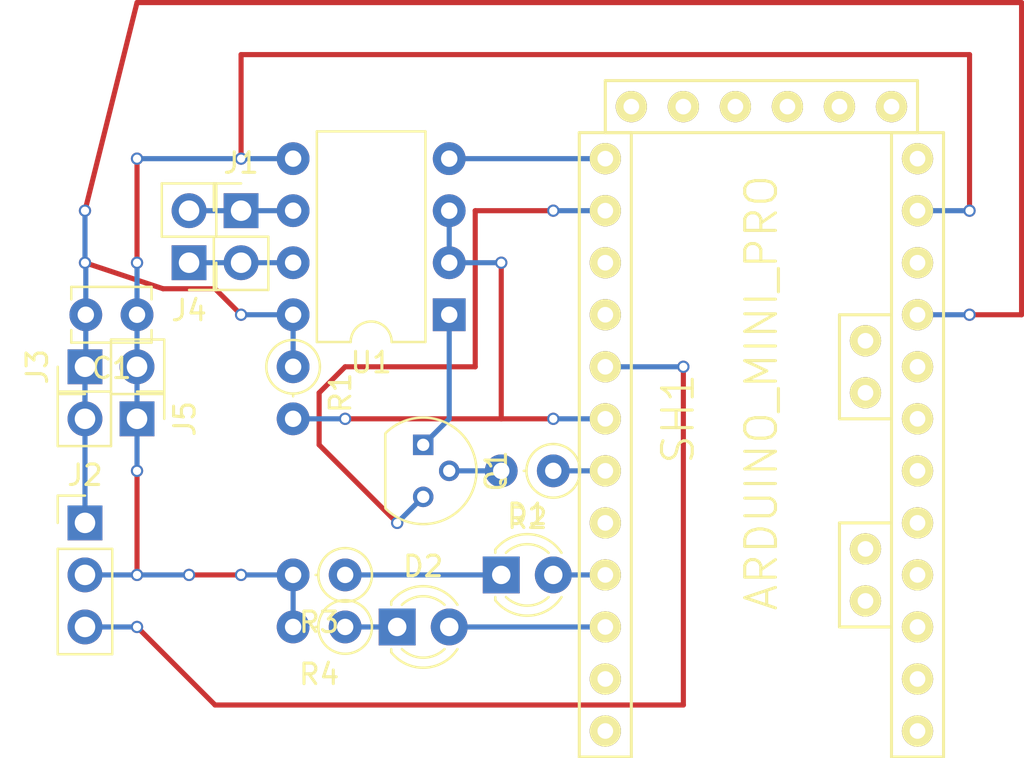
<source format=kicad_pcb>
(kicad_pcb (version 4) (host pcbnew 4.0.7)

  (general
    (links 30)
    (no_connects 0)
    (area 0 0 0 0)
    (thickness 1.6)
    (drawings 0)
    (tracks 86)
    (zones 0)
    (modules 15)
    (nets 16)
  )

  (page A4)
  (layers
    (0 F.Cu signal)
    (31 B.Cu signal)
    (32 B.Adhes user)
    (33 F.Adhes user)
    (34 B.Paste user)
    (35 F.Paste user)
    (36 B.SilkS user)
    (37 F.SilkS user)
    (38 B.Mask user)
    (39 F.Mask user)
    (40 Dwgs.User user)
    (41 Cmts.User user)
    (42 Eco1.User user)
    (43 Eco2.User user)
    (44 Edge.Cuts user)
    (45 Margin user)
    (46 B.CrtYd user)
    (47 F.CrtYd user)
    (48 B.Fab user)
    (49 F.Fab user)
  )

  (setup
    (last_trace_width 0.25)
    (trace_clearance 0.2)
    (zone_clearance 0.508)
    (zone_45_only no)
    (trace_min 0.2)
    (segment_width 0.2)
    (edge_width 0.15)
    (via_size 0.6)
    (via_drill 0.4)
    (via_min_size 0.4)
    (via_min_drill 0.3)
    (uvia_size 0.3)
    (uvia_drill 0.1)
    (uvias_allowed no)
    (uvia_min_size 0.2)
    (uvia_min_drill 0.1)
    (pcb_text_width 0.3)
    (pcb_text_size 1.5 1.5)
    (mod_edge_width 0.15)
    (mod_text_size 1 1)
    (mod_text_width 0.15)
    (pad_size 1.524 1.524)
    (pad_drill 0.762)
    (pad_to_mask_clearance 0.2)
    (aux_axis_origin 0 0)
    (visible_elements 7FFFFFFF)
    (pcbplotparams
      (layerselection 0x00030_80000001)
      (usegerberextensions false)
      (excludeedgelayer true)
      (linewidth 0.100000)
      (plotframeref false)
      (viasonmask false)
      (mode 1)
      (useauxorigin false)
      (hpglpennumber 1)
      (hpglpenspeed 20)
      (hpglpendiameter 15)
      (hpglpenoverlay 2)
      (psnegative false)
      (psa4output false)
      (plotreference true)
      (plotvalue true)
      (plotinvisibletext false)
      (padsonsilk false)
      (subtractmaskfromsilk false)
      (outputformat 1)
      (mirror false)
      (drillshape 1)
      (scaleselection 1)
      (outputdirectory ""))
  )

  (net 0 "")
  (net 1 GND)
  (net 2 +5V)
  (net 3 "Net-(D1-Pad1)")
  (net 4 "Net-(D1-Pad2)")
  (net 5 "Net-(D2-Pad1)")
  (net 6 "Net-(D2-Pad2)")
  (net 7 /RFData)
  (net 8 "Net-(Q1-Pad2)")
  (net 9 /ArduinoRX)
  (net 10 "Net-(R1-Pad2)")
  (net 11 "Net-(SH1-PadTX/2)")
  (net 12 "Net-(Q1-Pad1)")
  (net 13 "Net-(R2-Pad1)")
  (net 14 /MAX485A)
  (net 15 /MAX485B)

  (net_class Default "This is the default net class."
    (clearance 0.2)
    (trace_width 0.25)
    (via_dia 0.6)
    (via_drill 0.4)
    (uvia_dia 0.3)
    (uvia_drill 0.1)
    (add_net +5V)
    (add_net /ArduinoRX)
    (add_net /MAX485A)
    (add_net /MAX485B)
    (add_net /RFData)
    (add_net GND)
    (add_net "Net-(D1-Pad1)")
    (add_net "Net-(D1-Pad2)")
    (add_net "Net-(D2-Pad1)")
    (add_net "Net-(D2-Pad2)")
    (add_net "Net-(Q1-Pad1)")
    (add_net "Net-(Q1-Pad2)")
    (add_net "Net-(R1-Pad2)")
    (add_net "Net-(R2-Pad1)")
    (add_net "Net-(SH1-PadTX/2)")
  )

  (module Capacitors_THT:C_Disc_D3.8mm_W2.6mm_P2.50mm (layer F.Cu) (tedit 597BC7C2) (tstamp 59F9A5F6)
    (at 144.78 78.74 180)
    (descr "C, Disc series, Radial, pin pitch=2.50mm, , diameter*width=3.8*2.6mm^2, Capacitor, http://www.vishay.com/docs/45233/krseries.pdf")
    (tags "C Disc series Radial pin pitch 2.50mm  diameter 3.8mm width 2.6mm Capacitor")
    (path /59F99E78)
    (fp_text reference C1 (at 1.25 -2.61 180) (layer F.SilkS)
      (effects (font (size 1 1) (thickness 0.15)))
    )
    (fp_text value 0.1uF (at 1.25 2.61 180) (layer F.Fab)
      (effects (font (size 1 1) (thickness 0.15)))
    )
    (fp_line (start -0.65 -1.3) (end -0.65 1.3) (layer F.Fab) (width 0.1))
    (fp_line (start -0.65 1.3) (end 3.15 1.3) (layer F.Fab) (width 0.1))
    (fp_line (start 3.15 1.3) (end 3.15 -1.3) (layer F.Fab) (width 0.1))
    (fp_line (start 3.15 -1.3) (end -0.65 -1.3) (layer F.Fab) (width 0.1))
    (fp_line (start -0.71 -1.36) (end 3.21 -1.36) (layer F.SilkS) (width 0.12))
    (fp_line (start -0.71 1.36) (end 3.21 1.36) (layer F.SilkS) (width 0.12))
    (fp_line (start -0.71 -1.36) (end -0.71 -0.75) (layer F.SilkS) (width 0.12))
    (fp_line (start -0.71 0.75) (end -0.71 1.36) (layer F.SilkS) (width 0.12))
    (fp_line (start 3.21 -1.36) (end 3.21 -0.75) (layer F.SilkS) (width 0.12))
    (fp_line (start 3.21 0.75) (end 3.21 1.36) (layer F.SilkS) (width 0.12))
    (fp_line (start -1.05 -1.65) (end -1.05 1.65) (layer F.CrtYd) (width 0.05))
    (fp_line (start -1.05 1.65) (end 3.55 1.65) (layer F.CrtYd) (width 0.05))
    (fp_line (start 3.55 1.65) (end 3.55 -1.65) (layer F.CrtYd) (width 0.05))
    (fp_line (start 3.55 -1.65) (end -1.05 -1.65) (layer F.CrtYd) (width 0.05))
    (fp_text user %R (at 1.25 0 180) (layer F.Fab)
      (effects (font (size 1 1) (thickness 0.15)))
    )
    (pad 1 thru_hole circle (at 0 0 180) (size 1.6 1.6) (drill 0.8) (layers *.Cu *.Mask)
      (net 1 GND))
    (pad 2 thru_hole circle (at 2.5 0 180) (size 1.6 1.6) (drill 0.8) (layers *.Cu *.Mask)
      (net 2 +5V))
    (model ${KISYS3DMOD}/Capacitors_THT.3dshapes/C_Disc_D3.8mm_W2.6mm_P2.50mm.wrl
      (at (xyz 0 0 0))
      (scale (xyz 1 1 1))
      (rotate (xyz 0 0 0))
    )
  )

  (module LEDs:LED_D3.0mm (layer F.Cu) (tedit 587A3A7B) (tstamp 59F9A5FC)
    (at 162.56 91.44)
    (descr "LED, diameter 3.0mm, 2 pins")
    (tags "LED diameter 3.0mm 2 pins")
    (path /59F9A323)
    (fp_text reference D1 (at 1.27 -2.96) (layer F.SilkS)
      (effects (font (size 1 1) (thickness 0.15)))
    )
    (fp_text value LED (at 1.27 2.96) (layer F.Fab)
      (effects (font (size 1 1) (thickness 0.15)))
    )
    (fp_arc (start 1.27 0) (end -0.23 -1.16619) (angle 284.3) (layer F.Fab) (width 0.1))
    (fp_arc (start 1.27 0) (end -0.29 -1.235516) (angle 108.8) (layer F.SilkS) (width 0.12))
    (fp_arc (start 1.27 0) (end -0.29 1.235516) (angle -108.8) (layer F.SilkS) (width 0.12))
    (fp_arc (start 1.27 0) (end 0.229039 -1.08) (angle 87.9) (layer F.SilkS) (width 0.12))
    (fp_arc (start 1.27 0) (end 0.229039 1.08) (angle -87.9) (layer F.SilkS) (width 0.12))
    (fp_circle (center 1.27 0) (end 2.77 0) (layer F.Fab) (width 0.1))
    (fp_line (start -0.23 -1.16619) (end -0.23 1.16619) (layer F.Fab) (width 0.1))
    (fp_line (start -0.29 -1.236) (end -0.29 -1.08) (layer F.SilkS) (width 0.12))
    (fp_line (start -0.29 1.08) (end -0.29 1.236) (layer F.SilkS) (width 0.12))
    (fp_line (start -1.15 -2.25) (end -1.15 2.25) (layer F.CrtYd) (width 0.05))
    (fp_line (start -1.15 2.25) (end 3.7 2.25) (layer F.CrtYd) (width 0.05))
    (fp_line (start 3.7 2.25) (end 3.7 -2.25) (layer F.CrtYd) (width 0.05))
    (fp_line (start 3.7 -2.25) (end -1.15 -2.25) (layer F.CrtYd) (width 0.05))
    (pad 1 thru_hole rect (at 0 0) (size 1.8 1.8) (drill 0.9) (layers *.Cu *.Mask)
      (net 3 "Net-(D1-Pad1)"))
    (pad 2 thru_hole circle (at 2.54 0) (size 1.8 1.8) (drill 0.9) (layers *.Cu *.Mask)
      (net 4 "Net-(D1-Pad2)"))
    (model ${KISYS3DMOD}/LEDs.3dshapes/LED_D3.0mm.wrl
      (at (xyz 0 0 0))
      (scale (xyz 0.393701 0.393701 0.393701))
      (rotate (xyz 0 0 0))
    )
  )

  (module LEDs:LED_D3.0mm (layer F.Cu) (tedit 587A3A7B) (tstamp 59F9A602)
    (at 157.48 93.98)
    (descr "LED, diameter 3.0mm, 2 pins")
    (tags "LED diameter 3.0mm 2 pins")
    (path /59F9A62A)
    (fp_text reference D2 (at 1.27 -2.96) (layer F.SilkS)
      (effects (font (size 1 1) (thickness 0.15)))
    )
    (fp_text value LED (at 1.27 2.96) (layer F.Fab)
      (effects (font (size 1 1) (thickness 0.15)))
    )
    (fp_arc (start 1.27 0) (end -0.23 -1.16619) (angle 284.3) (layer F.Fab) (width 0.1))
    (fp_arc (start 1.27 0) (end -0.29 -1.235516) (angle 108.8) (layer F.SilkS) (width 0.12))
    (fp_arc (start 1.27 0) (end -0.29 1.235516) (angle -108.8) (layer F.SilkS) (width 0.12))
    (fp_arc (start 1.27 0) (end 0.229039 -1.08) (angle 87.9) (layer F.SilkS) (width 0.12))
    (fp_arc (start 1.27 0) (end 0.229039 1.08) (angle -87.9) (layer F.SilkS) (width 0.12))
    (fp_circle (center 1.27 0) (end 2.77 0) (layer F.Fab) (width 0.1))
    (fp_line (start -0.23 -1.16619) (end -0.23 1.16619) (layer F.Fab) (width 0.1))
    (fp_line (start -0.29 -1.236) (end -0.29 -1.08) (layer F.SilkS) (width 0.12))
    (fp_line (start -0.29 1.08) (end -0.29 1.236) (layer F.SilkS) (width 0.12))
    (fp_line (start -1.15 -2.25) (end -1.15 2.25) (layer F.CrtYd) (width 0.05))
    (fp_line (start -1.15 2.25) (end 3.7 2.25) (layer F.CrtYd) (width 0.05))
    (fp_line (start 3.7 2.25) (end 3.7 -2.25) (layer F.CrtYd) (width 0.05))
    (fp_line (start 3.7 -2.25) (end -1.15 -2.25) (layer F.CrtYd) (width 0.05))
    (pad 1 thru_hole rect (at 0 0) (size 1.8 1.8) (drill 0.9) (layers *.Cu *.Mask)
      (net 5 "Net-(D2-Pad1)"))
    (pad 2 thru_hole circle (at 2.54 0) (size 1.8 1.8) (drill 0.9) (layers *.Cu *.Mask)
      (net 6 "Net-(D2-Pad2)"))
    (model ${KISYS3DMOD}/LEDs.3dshapes/LED_D3.0mm.wrl
      (at (xyz 0 0 0))
      (scale (xyz 0.393701 0.393701 0.393701))
      (rotate (xyz 0 0 0))
    )
  )

  (module Pin_Headers:Pin_Header_Straight_1x02_Pitch2.54mm (layer F.Cu) (tedit 59650532) (tstamp 59F9A608)
    (at 149.86 73.66)
    (descr "Through hole straight pin header, 1x02, 2.54mm pitch, single row")
    (tags "Through hole pin header THT 1x02 2.54mm single row")
    (path /59F99F6A)
    (fp_text reference J1 (at 0 -2.33) (layer F.SilkS)
      (effects (font (size 1 1) (thickness 0.15)))
    )
    (fp_text value MAX485AB (at 0 4.87) (layer F.Fab)
      (effects (font (size 1 1) (thickness 0.15)))
    )
    (fp_line (start -0.635 -1.27) (end 1.27 -1.27) (layer F.Fab) (width 0.1))
    (fp_line (start 1.27 -1.27) (end 1.27 3.81) (layer F.Fab) (width 0.1))
    (fp_line (start 1.27 3.81) (end -1.27 3.81) (layer F.Fab) (width 0.1))
    (fp_line (start -1.27 3.81) (end -1.27 -0.635) (layer F.Fab) (width 0.1))
    (fp_line (start -1.27 -0.635) (end -0.635 -1.27) (layer F.Fab) (width 0.1))
    (fp_line (start -1.33 3.87) (end 1.33 3.87) (layer F.SilkS) (width 0.12))
    (fp_line (start -1.33 1.27) (end -1.33 3.87) (layer F.SilkS) (width 0.12))
    (fp_line (start 1.33 1.27) (end 1.33 3.87) (layer F.SilkS) (width 0.12))
    (fp_line (start -1.33 1.27) (end 1.33 1.27) (layer F.SilkS) (width 0.12))
    (fp_line (start -1.33 0) (end -1.33 -1.33) (layer F.SilkS) (width 0.12))
    (fp_line (start -1.33 -1.33) (end 0 -1.33) (layer F.SilkS) (width 0.12))
    (fp_line (start -1.8 -1.8) (end -1.8 4.35) (layer F.CrtYd) (width 0.05))
    (fp_line (start -1.8 4.35) (end 1.8 4.35) (layer F.CrtYd) (width 0.05))
    (fp_line (start 1.8 4.35) (end 1.8 -1.8) (layer F.CrtYd) (width 0.05))
    (fp_line (start 1.8 -1.8) (end -1.8 -1.8) (layer F.CrtYd) (width 0.05))
    (fp_text user %R (at 0 1.27 90) (layer F.Fab)
      (effects (font (size 1 1) (thickness 0.15)))
    )
    (pad 1 thru_hole rect (at 0 0) (size 1.7 1.7) (drill 1) (layers *.Cu *.Mask)
      (net 14 /MAX485A))
    (pad 2 thru_hole oval (at 0 2.54) (size 1.7 1.7) (drill 1) (layers *.Cu *.Mask)
      (net 15 /MAX485B))
    (model ${KISYS3DMOD}/Pin_Headers.3dshapes/Pin_Header_Straight_1x02_Pitch2.54mm.wrl
      (at (xyz 0 0 0))
      (scale (xyz 1 1 1))
      (rotate (xyz 0 0 0))
    )
  )

  (module Pin_Headers:Pin_Header_Straight_1x03_Pitch2.54mm (layer F.Cu) (tedit 59650532) (tstamp 59F9A60F)
    (at 142.24 88.9)
    (descr "Through hole straight pin header, 1x03, 2.54mm pitch, single row")
    (tags "Through hole pin header THT 1x03 2.54mm single row")
    (path /59F9A7AA)
    (fp_text reference J2 (at 0 -2.33) (layer F.SilkS)
      (effects (font (size 1 1) (thickness 0.15)))
    )
    (fp_text value "RF module" (at 0 7.41) (layer F.Fab)
      (effects (font (size 1 1) (thickness 0.15)))
    )
    (fp_line (start -0.635 -1.27) (end 1.27 -1.27) (layer F.Fab) (width 0.1))
    (fp_line (start 1.27 -1.27) (end 1.27 6.35) (layer F.Fab) (width 0.1))
    (fp_line (start 1.27 6.35) (end -1.27 6.35) (layer F.Fab) (width 0.1))
    (fp_line (start -1.27 6.35) (end -1.27 -0.635) (layer F.Fab) (width 0.1))
    (fp_line (start -1.27 -0.635) (end -0.635 -1.27) (layer F.Fab) (width 0.1))
    (fp_line (start -1.33 6.41) (end 1.33 6.41) (layer F.SilkS) (width 0.12))
    (fp_line (start -1.33 1.27) (end -1.33 6.41) (layer F.SilkS) (width 0.12))
    (fp_line (start 1.33 1.27) (end 1.33 6.41) (layer F.SilkS) (width 0.12))
    (fp_line (start -1.33 1.27) (end 1.33 1.27) (layer F.SilkS) (width 0.12))
    (fp_line (start -1.33 0) (end -1.33 -1.33) (layer F.SilkS) (width 0.12))
    (fp_line (start -1.33 -1.33) (end 0 -1.33) (layer F.SilkS) (width 0.12))
    (fp_line (start -1.8 -1.8) (end -1.8 6.85) (layer F.CrtYd) (width 0.05))
    (fp_line (start -1.8 6.85) (end 1.8 6.85) (layer F.CrtYd) (width 0.05))
    (fp_line (start 1.8 6.85) (end 1.8 -1.8) (layer F.CrtYd) (width 0.05))
    (fp_line (start 1.8 -1.8) (end -1.8 -1.8) (layer F.CrtYd) (width 0.05))
    (fp_text user %R (at 0 2.54 90) (layer F.Fab)
      (effects (font (size 1 1) (thickness 0.15)))
    )
    (pad 1 thru_hole rect (at 0 0) (size 1.7 1.7) (drill 1) (layers *.Cu *.Mask)
      (net 2 +5V))
    (pad 2 thru_hole oval (at 0 2.54) (size 1.7 1.7) (drill 1) (layers *.Cu *.Mask)
      (net 1 GND))
    (pad 3 thru_hole oval (at 0 5.08) (size 1.7 1.7) (drill 1) (layers *.Cu *.Mask)
      (net 7 /RFData))
    (model ${KISYS3DMOD}/Pin_Headers.3dshapes/Pin_Header_Straight_1x03_Pitch2.54mm.wrl
      (at (xyz 0 0 0))
      (scale (xyz 1 1 1))
      (rotate (xyz 0 0 0))
    )
  )

  (module TO_SOT_Packages_THT:TO-92_Molded_Narrow (layer F.Cu) (tedit 58CE52AF) (tstamp 59F9A616)
    (at 158.75 85.09 270)
    (descr "TO-92 leads molded, narrow, drill 0.6mm (see NXP sot054_po.pdf)")
    (tags "to-92 sc-43 sc-43a sot54 PA33 transistor")
    (path /59F99974)
    (fp_text reference Q1 (at 1.27 -3.56 270) (layer F.SilkS)
      (effects (font (size 1 1) (thickness 0.15)))
    )
    (fp_text value BC547 (at 1.27 2.79 270) (layer F.Fab)
      (effects (font (size 1 1) (thickness 0.15)))
    )
    (fp_text user %R (at 1.27 -3.56 270) (layer F.Fab)
      (effects (font (size 1 1) (thickness 0.15)))
    )
    (fp_line (start -0.53 1.85) (end 3.07 1.85) (layer F.SilkS) (width 0.12))
    (fp_line (start -0.5 1.75) (end 3 1.75) (layer F.Fab) (width 0.1))
    (fp_line (start -1.46 -2.73) (end 4 -2.73) (layer F.CrtYd) (width 0.05))
    (fp_line (start -1.46 -2.73) (end -1.46 2.01) (layer F.CrtYd) (width 0.05))
    (fp_line (start 4 2.01) (end 4 -2.73) (layer F.CrtYd) (width 0.05))
    (fp_line (start 4 2.01) (end -1.46 2.01) (layer F.CrtYd) (width 0.05))
    (fp_arc (start 1.27 0) (end 1.27 -2.48) (angle 135) (layer F.Fab) (width 0.1))
    (fp_arc (start 1.27 0) (end 1.27 -2.6) (angle -135) (layer F.SilkS) (width 0.12))
    (fp_arc (start 1.27 0) (end 1.27 -2.48) (angle -135) (layer F.Fab) (width 0.1))
    (fp_arc (start 1.27 0) (end 1.27 -2.6) (angle 135) (layer F.SilkS) (width 0.12))
    (pad 2 thru_hole circle (at 1.27 -1.27) (size 1 1) (drill 0.6) (layers *.Cu *.Mask)
      (net 8 "Net-(Q1-Pad2)"))
    (pad 3 thru_hole circle (at 2.54 0) (size 1 1) (drill 0.6) (layers *.Cu *.Mask)
      (net 9 /ArduinoRX))
    (pad 1 thru_hole rect (at 0 0) (size 1 1) (drill 0.6) (layers *.Cu *.Mask)
      (net 12 "Net-(Q1-Pad1)"))
    (model ${KISYS3DMOD}/TO_SOT_Packages_THT.3dshapes/TO-92_Molded_Narrow.wrl
      (at (xyz 0.05 0 0))
      (scale (xyz 1 1 1))
      (rotate (xyz 0 0 -90))
    )
  )

  (module Resistors_THT:R_Axial_DIN0207_L6.3mm_D2.5mm_P2.54mm_Vertical (layer F.Cu) (tedit 5874F706) (tstamp 59F9A61C)
    (at 152.4 81.28 270)
    (descr "Resistor, Axial_DIN0207 series, Axial, Vertical, pin pitch=2.54mm, 0.25W = 1/4W, length*diameter=6.3*2.5mm^2, http://cdn-reichelt.de/documents/datenblatt/B400/1_4W%23YAG.pdf")
    (tags "Resistor Axial_DIN0207 series Axial Vertical pin pitch 2.54mm 0.25W = 1/4W length 6.3mm diameter 2.5mm")
    (path /59F9A078)
    (fp_text reference R1 (at 1.27 -2.31 270) (layer F.SilkS)
      (effects (font (size 1 1) (thickness 0.15)))
    )
    (fp_text value 4.7k (at 1.27 2.31 270) (layer F.Fab)
      (effects (font (size 1 1) (thickness 0.15)))
    )
    (fp_circle (center 0 0) (end 1.25 0) (layer F.Fab) (width 0.1))
    (fp_circle (center 0 0) (end 1.31 0) (layer F.SilkS) (width 0.12))
    (fp_line (start 0 0) (end 2.54 0) (layer F.Fab) (width 0.1))
    (fp_line (start 1.31 0) (end 1.44 0) (layer F.SilkS) (width 0.12))
    (fp_line (start -1.6 -1.6) (end -1.6 1.6) (layer F.CrtYd) (width 0.05))
    (fp_line (start -1.6 1.6) (end 3.65 1.6) (layer F.CrtYd) (width 0.05))
    (fp_line (start 3.65 1.6) (end 3.65 -1.6) (layer F.CrtYd) (width 0.05))
    (fp_line (start 3.65 -1.6) (end -1.6 -1.6) (layer F.CrtYd) (width 0.05))
    (pad 1 thru_hole circle (at 0 0 270) (size 1.6 1.6) (drill 0.8) (layers *.Cu *.Mask)
      (net 2 +5V))
    (pad 2 thru_hole oval (at 2.54 0 270) (size 1.6 1.6) (drill 0.8) (layers *.Cu *.Mask)
      (net 10 "Net-(R1-Pad2)"))
    (model ${KISYS3DMOD}/Resistors_THT.3dshapes/R_Axial_DIN0207_L6.3mm_D2.5mm_P2.54mm_Vertical.wrl
      (at (xyz 0 0 0))
      (scale (xyz 0.393701 0.393701 0.393701))
      (rotate (xyz 0 0 0))
    )
  )

  (module Resistors_THT:R_Axial_DIN0207_L6.3mm_D2.5mm_P2.54mm_Vertical (layer F.Cu) (tedit 5874F706) (tstamp 59F9A622)
    (at 165.1 86.36 180)
    (descr "Resistor, Axial_DIN0207 series, Axial, Vertical, pin pitch=2.54mm, 0.25W = 1/4W, length*diameter=6.3*2.5mm^2, http://cdn-reichelt.de/documents/datenblatt/B400/1_4W%23YAG.pdf")
    (tags "Resistor Axial_DIN0207 series Axial Vertical pin pitch 2.54mm 0.25W = 1/4W length 6.3mm diameter 2.5mm")
    (path /59F994CF)
    (fp_text reference R2 (at 1.27 -2.31 180) (layer F.SilkS)
      (effects (font (size 1 1) (thickness 0.15)))
    )
    (fp_text value 10k (at 1.27 2.31 180) (layer F.Fab)
      (effects (font (size 1 1) (thickness 0.15)))
    )
    (fp_circle (center 0 0) (end 1.25 0) (layer F.Fab) (width 0.1))
    (fp_circle (center 0 0) (end 1.31 0) (layer F.SilkS) (width 0.12))
    (fp_line (start 0 0) (end 2.54 0) (layer F.Fab) (width 0.1))
    (fp_line (start 1.31 0) (end 1.44 0) (layer F.SilkS) (width 0.12))
    (fp_line (start -1.6 -1.6) (end -1.6 1.6) (layer F.CrtYd) (width 0.05))
    (fp_line (start -1.6 1.6) (end 3.65 1.6) (layer F.CrtYd) (width 0.05))
    (fp_line (start 3.65 1.6) (end 3.65 -1.6) (layer F.CrtYd) (width 0.05))
    (fp_line (start 3.65 -1.6) (end -1.6 -1.6) (layer F.CrtYd) (width 0.05))
    (pad 1 thru_hole circle (at 0 0 180) (size 1.6 1.6) (drill 0.8) (layers *.Cu *.Mask)
      (net 13 "Net-(R2-Pad1)"))
    (pad 2 thru_hole oval (at 2.54 0 180) (size 1.6 1.6) (drill 0.8) (layers *.Cu *.Mask)
      (net 8 "Net-(Q1-Pad2)"))
    (model ${KISYS3DMOD}/Resistors_THT.3dshapes/R_Axial_DIN0207_L6.3mm_D2.5mm_P2.54mm_Vertical.wrl
      (at (xyz 0 0 0))
      (scale (xyz 0.393701 0.393701 0.393701))
      (rotate (xyz 0 0 0))
    )
  )

  (module Resistors_THT:R_Axial_DIN0207_L6.3mm_D2.5mm_P2.54mm_Vertical (layer F.Cu) (tedit 5874F706) (tstamp 59F9A628)
    (at 154.94 91.44 180)
    (descr "Resistor, Axial_DIN0207 series, Axial, Vertical, pin pitch=2.54mm, 0.25W = 1/4W, length*diameter=6.3*2.5mm^2, http://cdn-reichelt.de/documents/datenblatt/B400/1_4W%23YAG.pdf")
    (tags "Resistor Axial_DIN0207 series Axial Vertical pin pitch 2.54mm 0.25W = 1/4W length 6.3mm diameter 2.5mm")
    (path /59F9A3E0)
    (fp_text reference R3 (at 1.27 -2.31 180) (layer F.SilkS)
      (effects (font (size 1 1) (thickness 0.15)))
    )
    (fp_text value 330 (at 1.27 2.31 180) (layer F.Fab)
      (effects (font (size 1 1) (thickness 0.15)))
    )
    (fp_circle (center 0 0) (end 1.25 0) (layer F.Fab) (width 0.1))
    (fp_circle (center 0 0) (end 1.31 0) (layer F.SilkS) (width 0.12))
    (fp_line (start 0 0) (end 2.54 0) (layer F.Fab) (width 0.1))
    (fp_line (start 1.31 0) (end 1.44 0) (layer F.SilkS) (width 0.12))
    (fp_line (start -1.6 -1.6) (end -1.6 1.6) (layer F.CrtYd) (width 0.05))
    (fp_line (start -1.6 1.6) (end 3.65 1.6) (layer F.CrtYd) (width 0.05))
    (fp_line (start 3.65 1.6) (end 3.65 -1.6) (layer F.CrtYd) (width 0.05))
    (fp_line (start 3.65 -1.6) (end -1.6 -1.6) (layer F.CrtYd) (width 0.05))
    (pad 1 thru_hole circle (at 0 0 180) (size 1.6 1.6) (drill 0.8) (layers *.Cu *.Mask)
      (net 3 "Net-(D1-Pad1)"))
    (pad 2 thru_hole oval (at 2.54 0 180) (size 1.6 1.6) (drill 0.8) (layers *.Cu *.Mask)
      (net 1 GND))
    (model ${KISYS3DMOD}/Resistors_THT.3dshapes/R_Axial_DIN0207_L6.3mm_D2.5mm_P2.54mm_Vertical.wrl
      (at (xyz 0 0 0))
      (scale (xyz 0.393701 0.393701 0.393701))
      (rotate (xyz 0 0 0))
    )
  )

  (module Resistors_THT:R_Axial_DIN0207_L6.3mm_D2.5mm_P2.54mm_Vertical (layer F.Cu) (tedit 5874F706) (tstamp 59F9A62E)
    (at 154.94 93.98 180)
    (descr "Resistor, Axial_DIN0207 series, Axial, Vertical, pin pitch=2.54mm, 0.25W = 1/4W, length*diameter=6.3*2.5mm^2, http://cdn-reichelt.de/documents/datenblatt/B400/1_4W%23YAG.pdf")
    (tags "Resistor Axial_DIN0207 series Axial Vertical pin pitch 2.54mm 0.25W = 1/4W length 6.3mm diameter 2.5mm")
    (path /59F9A630)
    (fp_text reference R4 (at 1.27 -2.31 180) (layer F.SilkS)
      (effects (font (size 1 1) (thickness 0.15)))
    )
    (fp_text value 330 (at 1.27 2.31 180) (layer F.Fab)
      (effects (font (size 1 1) (thickness 0.15)))
    )
    (fp_circle (center 0 0) (end 1.25 0) (layer F.Fab) (width 0.1))
    (fp_circle (center 0 0) (end 1.31 0) (layer F.SilkS) (width 0.12))
    (fp_line (start 0 0) (end 2.54 0) (layer F.Fab) (width 0.1))
    (fp_line (start 1.31 0) (end 1.44 0) (layer F.SilkS) (width 0.12))
    (fp_line (start -1.6 -1.6) (end -1.6 1.6) (layer F.CrtYd) (width 0.05))
    (fp_line (start -1.6 1.6) (end 3.65 1.6) (layer F.CrtYd) (width 0.05))
    (fp_line (start 3.65 1.6) (end 3.65 -1.6) (layer F.CrtYd) (width 0.05))
    (fp_line (start 3.65 -1.6) (end -1.6 -1.6) (layer F.CrtYd) (width 0.05))
    (pad 1 thru_hole circle (at 0 0 180) (size 1.6 1.6) (drill 0.8) (layers *.Cu *.Mask)
      (net 5 "Net-(D2-Pad1)"))
    (pad 2 thru_hole oval (at 2.54 0 180) (size 1.6 1.6) (drill 0.8) (layers *.Cu *.Mask)
      (net 1 GND))
    (model ${KISYS3DMOD}/Resistors_THT.3dshapes/R_Axial_DIN0207_L6.3mm_D2.5mm_P2.54mm_Vertical.wrl
      (at (xyz 0 0 0))
      (scale (xyz 0.393701 0.393701 0.393701))
      (rotate (xyz 0 0 0))
    )
  )

  (module SHIELD_ARDUINO:ARDUINO_MINI_PRO_V10 (layer F.Cu) (tedit 547AEBB5) (tstamp 59F9A654)
    (at 175.26 83.82)
    (path /59F9938B)
    (fp_text reference SH1 (at -4.064 0 90) (layer F.SilkS)
      (effects (font (size 1.5 1.5) (thickness 0.15)))
    )
    (fp_text value ARDUINO_MINI_PRO (at 0 -1.27 90) (layer F.SilkS)
      (effects (font (size 1.5 1.5) (thickness 0.15)))
    )
    (fp_line (start 6.35 5.08) (end 3.81 5.08) (layer F.SilkS) (width 0.15))
    (fp_line (start 3.81 5.08) (end 3.81 10.16) (layer F.SilkS) (width 0.15))
    (fp_line (start 3.81 10.16) (end 6.35 10.16) (layer F.SilkS) (width 0.15))
    (fp_line (start 6.35 -5.08) (end 3.81 -5.08) (layer F.SilkS) (width 0.15))
    (fp_line (start 3.81 -5.08) (end 3.81 0) (layer F.SilkS) (width 0.15))
    (fp_line (start 3.81 0) (end 6.35 0) (layer F.SilkS) (width 0.15))
    (fp_line (start 8.89 -13.97) (end 6.35 -13.97) (layer F.SilkS) (width 0.15))
    (fp_line (start -6.35 -13.97) (end -6.35 16.51) (layer F.SilkS) (width 0.15))
    (fp_line (start -6.35 16.51) (end -8.89 16.51) (layer F.SilkS) (width 0.15))
    (fp_line (start -8.89 16.51) (end -8.89 -13.97) (layer F.SilkS) (width 0.15))
    (fp_line (start -8.89 -13.97) (end -6.35 -13.97) (layer F.SilkS) (width 0.15))
    (fp_line (start 6.35 -13.97) (end 6.35 16.51) (layer F.SilkS) (width 0.15))
    (fp_line (start 6.35 16.51) (end 8.89 16.51) (layer F.SilkS) (width 0.15))
    (fp_line (start 8.89 16.51) (end 8.89 -13.97) (layer F.SilkS) (width 0.15))
    (fp_line (start -7.62 -16.51) (end 7.62 -16.51) (layer F.SilkS) (width 0.15))
    (fp_line (start 7.62 -16.51) (end 7.62 -13.97) (layer F.SilkS) (width 0.15))
    (fp_line (start 7.62 -13.97) (end -7.62 -13.97) (layer F.SilkS) (width 0.15))
    (fp_line (start -7.62 -13.97) (end -7.62 -16.51) (layer F.SilkS) (width 0.15))
    (pad GRN thru_hole circle (at -6.35 -15.24) (size 1.524 1.524) (drill 0.762) (layers *.Cu *.Mask F.SilkS))
    (pad TX/1 thru_hole circle (at -3.81 -15.24) (size 1.524 1.524) (drill 0.762) (layers *.Cu *.Mask F.SilkS))
    (pad RX/1 thru_hole circle (at -1.27 -15.24) (size 1.524 1.524) (drill 0.762) (layers *.Cu *.Mask F.SilkS))
    (pad VCC1 thru_hole circle (at 1.27 -15.24) (size 1.524 1.524) (drill 0.762) (layers *.Cu *.Mask F.SilkS))
    (pad GND1 thru_hole circle (at 3.81 -15.24) (size 1.524 1.524) (drill 0.762) (layers *.Cu *.Mask F.SilkS))
    (pad BLK thru_hole circle (at 6.35 -15.24) (size 1.524 1.524) (drill 0.762) (layers *.Cu *.Mask F.SilkS))
    (pad TX/2 thru_hole circle (at -7.62 -12.7) (size 1.524 1.524) (drill 0.762) (layers *.Cu *.Mask F.SilkS)
      (net 11 "Net-(SH1-PadTX/2)"))
    (pad RX/2 thru_hole circle (at -7.62 -10.16) (size 1.524 1.524) (drill 0.762) (layers *.Cu *.Mask F.SilkS)
      (net 9 /ArduinoRX))
    (pad RST1 thru_hole circle (at -7.62 -7.62) (size 1.524 1.524) (drill 0.762) (layers *.Cu *.Mask F.SilkS))
    (pad GND2 thru_hole circle (at -7.62 -5.08) (size 1.524 1.524) (drill 0.762) (layers *.Cu *.Mask F.SilkS))
    (pad 2 thru_hole circle (at -7.62 -2.54) (size 1.524 1.524) (drill 0.762) (layers *.Cu *.Mask F.SilkS)
      (net 7 /RFData))
    (pad 3 thru_hole circle (at -7.62 0) (size 1.524 1.524) (drill 0.762) (layers *.Cu *.Mask F.SilkS)
      (net 10 "Net-(R1-Pad2)"))
    (pad 4 thru_hole circle (at -7.62 2.54) (size 1.524 1.524) (drill 0.762) (layers *.Cu *.Mask F.SilkS)
      (net 13 "Net-(R2-Pad1)"))
    (pad 5 thru_hole circle (at -7.62 5.08) (size 1.524 1.524) (drill 0.762) (layers *.Cu *.Mask F.SilkS))
    (pad 6 thru_hole circle (at -7.62 7.62) (size 1.524 1.524) (drill 0.762) (layers *.Cu *.Mask F.SilkS)
      (net 4 "Net-(D1-Pad2)"))
    (pad 7 thru_hole circle (at -7.62 10.16) (size 1.524 1.524) (drill 0.762) (layers *.Cu *.Mask F.SilkS)
      (net 6 "Net-(D2-Pad2)"))
    (pad 8 thru_hole circle (at -7.62 12.7) (size 1.524 1.524) (drill 0.762) (layers *.Cu *.Mask F.SilkS))
    (pad 9 thru_hole circle (at -7.62 15.24) (size 1.524 1.524) (drill 0.762) (layers *.Cu *.Mask F.SilkS))
    (pad RAW thru_hole circle (at 7.62 -12.7) (size 1.524 1.524) (drill 0.762) (layers *.Cu *.Mask F.SilkS))
    (pad GND3 thru_hole circle (at 7.62 -10.16) (size 1.524 1.524) (drill 0.762) (layers *.Cu *.Mask F.SilkS)
      (net 1 GND))
    (pad RST2 thru_hole circle (at 7.62 -7.62) (size 1.524 1.524) (drill 0.762) (layers *.Cu *.Mask F.SilkS))
    (pad VCC2 thru_hole circle (at 7.62 -5.08) (size 1.524 1.524) (drill 0.762) (layers *.Cu *.Mask F.SilkS)
      (net 2 +5V))
    (pad A0 thru_hole circle (at 7.62 5.08) (size 1.524 1.524) (drill 0.762) (layers *.Cu *.Mask F.SilkS))
    (pad A1 thru_hole circle (at 7.62 2.54) (size 1.524 1.524) (drill 0.762) (layers *.Cu *.Mask F.SilkS))
    (pad A2 thru_hole circle (at 7.62 0) (size 1.524 1.524) (drill 0.762) (layers *.Cu *.Mask F.SilkS))
    (pad A3 thru_hole circle (at 7.62 -2.54) (size 1.524 1.524) (drill 0.762) (layers *.Cu *.Mask F.SilkS))
    (pad 10 thru_hole circle (at 7.62 15.24) (size 1.524 1.524) (drill 0.762) (layers *.Cu *.Mask F.SilkS))
    (pad 11 thru_hole circle (at 7.62 12.7) (size 1.524 1.524) (drill 0.762) (layers *.Cu *.Mask F.SilkS))
    (pad 12 thru_hole circle (at 7.62 10.16) (size 1.524 1.524) (drill 0.762) (layers *.Cu *.Mask F.SilkS))
    (pad 13 thru_hole circle (at 7.62 7.62) (size 1.524 1.524) (drill 0.762) (layers *.Cu *.Mask F.SilkS))
    (pad A5 thru_hole circle (at 5.08 -3.81) (size 1.524 1.524) (drill 0.762) (layers *.Cu *.Mask F.SilkS))
    (pad A4 thru_hole circle (at 5.08 -1.27) (size 1.524 1.524) (drill 0.762) (layers *.Cu *.Mask F.SilkS))
    (pad A7 thru_hole circle (at 5.08 6.35) (size 1.524 1.524) (drill 0.762) (layers *.Cu *.Mask F.SilkS))
    (pad A6 thru_hole circle (at 5.08 8.89) (size 1.524 1.524) (drill 0.762) (layers *.Cu *.Mask F.SilkS))
  )

  (module Housings_DIP:DIP-8_W7.62mm (layer F.Cu) (tedit 59C78D6B) (tstamp 59F9A660)
    (at 160.02 78.74 180)
    (descr "8-lead though-hole mounted DIP package, row spacing 7.62 mm (300 mils)")
    (tags "THT DIP DIL PDIP 2.54mm 7.62mm 300mil")
    (path /59F99D1E)
    (fp_text reference U1 (at 3.81 -2.33 180) (layer F.SilkS)
      (effects (font (size 1 1) (thickness 0.15)))
    )
    (fp_text value MAX485E (at 3.81 9.95 180) (layer F.Fab)
      (effects (font (size 1 1) (thickness 0.15)))
    )
    (fp_arc (start 3.81 -1.33) (end 2.81 -1.33) (angle -180) (layer F.SilkS) (width 0.12))
    (fp_line (start 1.635 -1.27) (end 6.985 -1.27) (layer F.Fab) (width 0.1))
    (fp_line (start 6.985 -1.27) (end 6.985 8.89) (layer F.Fab) (width 0.1))
    (fp_line (start 6.985 8.89) (end 0.635 8.89) (layer F.Fab) (width 0.1))
    (fp_line (start 0.635 8.89) (end 0.635 -0.27) (layer F.Fab) (width 0.1))
    (fp_line (start 0.635 -0.27) (end 1.635 -1.27) (layer F.Fab) (width 0.1))
    (fp_line (start 2.81 -1.33) (end 1.16 -1.33) (layer F.SilkS) (width 0.12))
    (fp_line (start 1.16 -1.33) (end 1.16 8.95) (layer F.SilkS) (width 0.12))
    (fp_line (start 1.16 8.95) (end 6.46 8.95) (layer F.SilkS) (width 0.12))
    (fp_line (start 6.46 8.95) (end 6.46 -1.33) (layer F.SilkS) (width 0.12))
    (fp_line (start 6.46 -1.33) (end 4.81 -1.33) (layer F.SilkS) (width 0.12))
    (fp_line (start -1.1 -1.55) (end -1.1 9.15) (layer F.CrtYd) (width 0.05))
    (fp_line (start -1.1 9.15) (end 8.7 9.15) (layer F.CrtYd) (width 0.05))
    (fp_line (start 8.7 9.15) (end 8.7 -1.55) (layer F.CrtYd) (width 0.05))
    (fp_line (start 8.7 -1.55) (end -1.1 -1.55) (layer F.CrtYd) (width 0.05))
    (fp_text user %R (at 3.81 3.81 180) (layer F.Fab)
      (effects (font (size 1 1) (thickness 0.15)))
    )
    (pad 1 thru_hole rect (at 0 0 180) (size 1.6 1.6) (drill 0.8) (layers *.Cu *.Mask)
      (net 12 "Net-(Q1-Pad1)"))
    (pad 5 thru_hole oval (at 7.62 7.62 180) (size 1.6 1.6) (drill 0.8) (layers *.Cu *.Mask)
      (net 1 GND))
    (pad 2 thru_hole oval (at 0 2.54 180) (size 1.6 1.6) (drill 0.8) (layers *.Cu *.Mask)
      (net 10 "Net-(R1-Pad2)"))
    (pad 6 thru_hole oval (at 7.62 5.08 180) (size 1.6 1.6) (drill 0.8) (layers *.Cu *.Mask)
      (net 14 /MAX485A))
    (pad 3 thru_hole oval (at 0 5.08 180) (size 1.6 1.6) (drill 0.8) (layers *.Cu *.Mask)
      (net 10 "Net-(R1-Pad2)"))
    (pad 7 thru_hole oval (at 7.62 2.54 180) (size 1.6 1.6) (drill 0.8) (layers *.Cu *.Mask)
      (net 15 /MAX485B))
    (pad 4 thru_hole oval (at 0 7.62 180) (size 1.6 1.6) (drill 0.8) (layers *.Cu *.Mask)
      (net 11 "Net-(SH1-PadTX/2)"))
    (pad 8 thru_hole oval (at 7.62 0 180) (size 1.6 1.6) (drill 0.8) (layers *.Cu *.Mask)
      (net 2 +5V))
    (model ${KISYS3DMOD}/Housings_DIP.3dshapes/DIP-8_W7.62mm.wrl
      (at (xyz 0 0 0))
      (scale (xyz 1 1 1))
      (rotate (xyz 0 0 0))
    )
  )

  (module Pin_Headers:Pin_Header_Straight_1x02_Pitch2.54mm (layer F.Cu) (tedit 59650532) (tstamp 59F9ADED)
    (at 142.24 81.28 90)
    (descr "Through hole straight pin header, 1x02, 2.54mm pitch, single row")
    (tags "Through hole pin header THT 1x02 2.54mm single row")
    (path /59F9BF13)
    (fp_text reference J3 (at 0 -2.33 90) (layer F.SilkS)
      (effects (font (size 1 1) (thickness 0.15)))
    )
    (fp_text value POWER (at 0 4.87 90) (layer F.Fab)
      (effects (font (size 1 1) (thickness 0.15)))
    )
    (fp_line (start -0.635 -1.27) (end 1.27 -1.27) (layer F.Fab) (width 0.1))
    (fp_line (start 1.27 -1.27) (end 1.27 3.81) (layer F.Fab) (width 0.1))
    (fp_line (start 1.27 3.81) (end -1.27 3.81) (layer F.Fab) (width 0.1))
    (fp_line (start -1.27 3.81) (end -1.27 -0.635) (layer F.Fab) (width 0.1))
    (fp_line (start -1.27 -0.635) (end -0.635 -1.27) (layer F.Fab) (width 0.1))
    (fp_line (start -1.33 3.87) (end 1.33 3.87) (layer F.SilkS) (width 0.12))
    (fp_line (start -1.33 1.27) (end -1.33 3.87) (layer F.SilkS) (width 0.12))
    (fp_line (start 1.33 1.27) (end 1.33 3.87) (layer F.SilkS) (width 0.12))
    (fp_line (start -1.33 1.27) (end 1.33 1.27) (layer F.SilkS) (width 0.12))
    (fp_line (start -1.33 0) (end -1.33 -1.33) (layer F.SilkS) (width 0.12))
    (fp_line (start -1.33 -1.33) (end 0 -1.33) (layer F.SilkS) (width 0.12))
    (fp_line (start -1.8 -1.8) (end -1.8 4.35) (layer F.CrtYd) (width 0.05))
    (fp_line (start -1.8 4.35) (end 1.8 4.35) (layer F.CrtYd) (width 0.05))
    (fp_line (start 1.8 4.35) (end 1.8 -1.8) (layer F.CrtYd) (width 0.05))
    (fp_line (start 1.8 -1.8) (end -1.8 -1.8) (layer F.CrtYd) (width 0.05))
    (fp_text user %R (at 0 1.27 180) (layer F.Fab)
      (effects (font (size 1 1) (thickness 0.15)))
    )
    (pad 1 thru_hole rect (at 0 0 90) (size 1.7 1.7) (drill 1) (layers *.Cu *.Mask)
      (net 2 +5V))
    (pad 2 thru_hole oval (at 0 2.54 90) (size 1.7 1.7) (drill 1) (layers *.Cu *.Mask)
      (net 1 GND))
    (model ${KISYS3DMOD}/Pin_Headers.3dshapes/Pin_Header_Straight_1x02_Pitch2.54mm.wrl
      (at (xyz 0 0 0))
      (scale (xyz 1 1 1))
      (rotate (xyz 0 0 0))
    )
  )

  (module Socket_Strips:Socket_Strip_Straight_1x02_Pitch2.54mm (layer F.Cu) (tedit 58CD5446) (tstamp 59F9C513)
    (at 147.32 76.2 180)
    (descr "Through hole straight socket strip, 1x02, 2.54mm pitch, single row")
    (tags "Through hole socket strip THT 1x02 2.54mm single row")
    (path /59F9C57D)
    (fp_text reference J4 (at 0 -2.33 180) (layer F.SilkS)
      (effects (font (size 1 1) (thickness 0.15)))
    )
    (fp_text value MAX485AB_FW (at 0 4.87 180) (layer F.Fab)
      (effects (font (size 1 1) (thickness 0.15)))
    )
    (fp_line (start -1.27 -1.27) (end -1.27 3.81) (layer F.Fab) (width 0.1))
    (fp_line (start -1.27 3.81) (end 1.27 3.81) (layer F.Fab) (width 0.1))
    (fp_line (start 1.27 3.81) (end 1.27 -1.27) (layer F.Fab) (width 0.1))
    (fp_line (start 1.27 -1.27) (end -1.27 -1.27) (layer F.Fab) (width 0.1))
    (fp_line (start -1.33 1.27) (end -1.33 3.87) (layer F.SilkS) (width 0.12))
    (fp_line (start -1.33 3.87) (end 1.33 3.87) (layer F.SilkS) (width 0.12))
    (fp_line (start 1.33 3.87) (end 1.33 1.27) (layer F.SilkS) (width 0.12))
    (fp_line (start 1.33 1.27) (end -1.33 1.27) (layer F.SilkS) (width 0.12))
    (fp_line (start -1.33 0) (end -1.33 -1.33) (layer F.SilkS) (width 0.12))
    (fp_line (start -1.33 -1.33) (end 0 -1.33) (layer F.SilkS) (width 0.12))
    (fp_line (start -1.8 -1.8) (end -1.8 4.35) (layer F.CrtYd) (width 0.05))
    (fp_line (start -1.8 4.35) (end 1.8 4.35) (layer F.CrtYd) (width 0.05))
    (fp_line (start 1.8 4.35) (end 1.8 -1.8) (layer F.CrtYd) (width 0.05))
    (fp_line (start 1.8 -1.8) (end -1.8 -1.8) (layer F.CrtYd) (width 0.05))
    (fp_text user %R (at 0 -2.33 180) (layer F.Fab)
      (effects (font (size 1 1) (thickness 0.15)))
    )
    (pad 1 thru_hole rect (at 0 0 180) (size 1.7 1.7) (drill 1) (layers *.Cu *.Mask)
      (net 15 /MAX485B))
    (pad 2 thru_hole oval (at 0 2.54 180) (size 1.7 1.7) (drill 1) (layers *.Cu *.Mask)
      (net 14 /MAX485A))
    (model ${KISYS3DMOD}/Socket_Strips.3dshapes/Socket_Strip_Straight_1x02_Pitch2.54mm.wrl
      (at (xyz 0 -0.05 0))
      (scale (xyz 1 1 1))
      (rotate (xyz 0 0 270))
    )
  )

  (module Socket_Strips:Socket_Strip_Straight_1x02_Pitch2.54mm (layer F.Cu) (tedit 58CD5446) (tstamp 59F9C519)
    (at 144.78 83.82 270)
    (descr "Through hole straight socket strip, 1x02, 2.54mm pitch, single row")
    (tags "Through hole socket strip THT 1x02 2.54mm single row")
    (path /59F9C3F3)
    (fp_text reference J5 (at 0 -2.33 270) (layer F.SilkS)
      (effects (font (size 1 1) (thickness 0.15)))
    )
    (fp_text value POWER_FW (at 0 4.87 270) (layer F.Fab)
      (effects (font (size 1 1) (thickness 0.15)))
    )
    (fp_line (start -1.27 -1.27) (end -1.27 3.81) (layer F.Fab) (width 0.1))
    (fp_line (start -1.27 3.81) (end 1.27 3.81) (layer F.Fab) (width 0.1))
    (fp_line (start 1.27 3.81) (end 1.27 -1.27) (layer F.Fab) (width 0.1))
    (fp_line (start 1.27 -1.27) (end -1.27 -1.27) (layer F.Fab) (width 0.1))
    (fp_line (start -1.33 1.27) (end -1.33 3.87) (layer F.SilkS) (width 0.12))
    (fp_line (start -1.33 3.87) (end 1.33 3.87) (layer F.SilkS) (width 0.12))
    (fp_line (start 1.33 3.87) (end 1.33 1.27) (layer F.SilkS) (width 0.12))
    (fp_line (start 1.33 1.27) (end -1.33 1.27) (layer F.SilkS) (width 0.12))
    (fp_line (start -1.33 0) (end -1.33 -1.33) (layer F.SilkS) (width 0.12))
    (fp_line (start -1.33 -1.33) (end 0 -1.33) (layer F.SilkS) (width 0.12))
    (fp_line (start -1.8 -1.8) (end -1.8 4.35) (layer F.CrtYd) (width 0.05))
    (fp_line (start -1.8 4.35) (end 1.8 4.35) (layer F.CrtYd) (width 0.05))
    (fp_line (start 1.8 4.35) (end 1.8 -1.8) (layer F.CrtYd) (width 0.05))
    (fp_line (start 1.8 -1.8) (end -1.8 -1.8) (layer F.CrtYd) (width 0.05))
    (fp_text user %R (at 0 -2.33 270) (layer F.Fab)
      (effects (font (size 1 1) (thickness 0.15)))
    )
    (pad 1 thru_hole rect (at 0 0 270) (size 1.7 1.7) (drill 1) (layers *.Cu *.Mask)
      (net 1 GND))
    (pad 2 thru_hole oval (at 0 2.54 270) (size 1.7 1.7) (drill 1) (layers *.Cu *.Mask)
      (net 2 +5V))
    (model ${KISYS3DMOD}/Socket_Strips.3dshapes/Socket_Strip_Straight_1x02_Pitch2.54mm.wrl
      (at (xyz 0 -0.05 0))
      (scale (xyz 1 1 1))
      (rotate (xyz 0 0 270))
    )
  )

  (segment (start 152.4 91.44) (end 149.86 91.44) (width 0.25) (layer B.Cu) (net 1))
  (segment (start 147.32 91.44) (end 144.78 91.44) (width 0.25) (layer B.Cu) (net 1) (tstamp 59F9C5A9))
  (via (at 147.32 91.44) (size 0.6) (drill 0.4) (layers F.Cu B.Cu) (net 1))
  (segment (start 149.86 91.44) (end 147.32 91.44) (width 0.25) (layer F.Cu) (net 1) (tstamp 59F9C5A6))
  (via (at 149.86 91.44) (size 0.6) (drill 0.4) (layers F.Cu B.Cu) (net 1))
  (segment (start 144.78 83.82) (end 144.78 86.36) (width 0.25) (layer B.Cu) (net 1))
  (via (at 144.78 86.36) (size 0.6) (drill 0.4) (layers F.Cu B.Cu) (net 1))
  (segment (start 144.78 86.36) (end 144.78 91.44) (width 0.25) (layer F.Cu) (net 1) (tstamp 59F9C59E))
  (via (at 144.78 91.44) (size 0.6) (drill 0.4) (layers F.Cu B.Cu) (net 1))
  (segment (start 144.78 91.44) (end 142.24 91.44) (width 0.25) (layer B.Cu) (net 1) (tstamp 59F9C5A1))
  (segment (start 144.78 81.28) (end 144.78 83.82) (width 0.25) (layer B.Cu) (net 1))
  (segment (start 144.78 78.74) (end 144.78 76.2) (width 0.25) (layer B.Cu) (net 1) (status 10))
  (segment (start 144.78 71.12) (end 149.86 71.12) (width 0.25) (layer B.Cu) (net 1) (tstamp 59F9B155))
  (via (at 144.78 71.12) (size 0.6) (drill 0.4) (layers F.Cu B.Cu) (net 1))
  (segment (start 144.78 76.2) (end 144.78 71.12) (width 0.25) (layer F.Cu) (net 1) (tstamp 59F9B152))
  (via (at 144.78 76.2) (size 0.6) (drill 0.4) (layers F.Cu B.Cu) (net 1))
  (segment (start 149.86 71.12) (end 149.86 66.04) (width 0.25) (layer F.Cu) (net 1))
  (via (at 149.86 71.12) (size 0.6) (drill 0.4) (layers F.Cu B.Cu) (net 1))
  (segment (start 149.86 66.04) (end 185.42 66.04) (width 0.25) (layer F.Cu) (net 1) (tstamp 59F9B138))
  (segment (start 185.42 66.04) (end 185.42 73.66) (width 0.25) (layer F.Cu) (net 1) (tstamp 59F9B13C))
  (via (at 185.42 73.66) (size 0.6) (drill 0.4) (layers F.Cu B.Cu) (net 1))
  (segment (start 185.42 73.66) (end 182.88 73.66) (width 0.25) (layer B.Cu) (net 1) (tstamp 59F9B147))
  (segment (start 149.86 71.12) (end 152.4 71.12) (width 0.25) (layer B.Cu) (net 1) (tstamp 59F9B0FC))
  (segment (start 144.78 81.28) (end 144.78 78.74) (width 0.25) (layer B.Cu) (net 1) (status 20))
  (segment (start 152.4 91.44) (end 152.4 93.98) (width 0.25) (layer B.Cu) (net 1))
  (segment (start 142.24 81.28) (end 142.24 83.82) (width 0.25) (layer B.Cu) (net 2))
  (segment (start 142.24 76.2) (end 142.24 73.66) (width 0.25) (layer B.Cu) (net 2))
  (via (at 142.24 73.66) (size 0.6) (drill 0.4) (layers F.Cu B.Cu) (net 2))
  (segment (start 152.4 78.74) (end 149.86 78.74) (width 0.25) (layer B.Cu) (net 2))
  (segment (start 146.05 77.47) (end 142.24 76.2) (width 0.25) (layer F.Cu) (net 2) (tstamp 59F9B36D))
  (segment (start 148.59 77.47) (end 146.05 77.47) (width 0.25) (layer F.Cu) (net 2) (tstamp 59F9B368))
  (segment (start 149.86 78.74) (end 148.59 77.47) (width 0.25) (layer F.Cu) (net 2) (tstamp 59F9B367))
  (via (at 149.86 78.74) (size 0.6) (drill 0.4) (layers F.Cu B.Cu) (net 2))
  (segment (start 142.28 78.74) (end 142.28 76.24) (width 0.25) (layer B.Cu) (net 2) (status 10))
  (segment (start 142.28 76.24) (end 142.24 76.2) (width 0.25) (layer B.Cu) (net 2) (tstamp 59F9B162))
  (via (at 142.24 76.2) (size 0.6) (drill 0.4) (layers F.Cu B.Cu) (net 2))
  (segment (start 185.42 78.74) (end 182.88 78.74) (width 0.25) (layer B.Cu) (net 2) (tstamp 59F9B170))
  (segment (start 142.24 73.66) (end 144.78 63.5) (width 0.25) (layer F.Cu) (net 2) (tstamp 59F9B37B))
  (segment (start 144.78 63.5) (end 187.96 63.5) (width 0.25) (layer F.Cu) (net 2) (tstamp 59F9B165))
  (segment (start 187.96 63.5) (end 187.96 78.74) (width 0.25) (layer F.Cu) (net 2) (tstamp 59F9B168))
  (segment (start 187.96 78.74) (end 185.42 78.74) (width 0.25) (layer F.Cu) (net 2) (tstamp 59F9B16A))
  (via (at 185.42 78.74) (size 0.6) (drill 0.4) (layers F.Cu B.Cu) (net 2))
  (segment (start 142.24 81.28) (end 142.24 88.9) (width 0.25) (layer B.Cu) (net 2) (status 20))
  (segment (start 152.4 81.28) (end 152.4 78.74) (width 0.25) (layer B.Cu) (net 2))
  (segment (start 142.28 78.74) (end 142.28 81.32) (width 0.25) (layer B.Cu) (net 2) (status 10))
  (segment (start 142.28 81.32) (end 142.24 81.28) (width 0.25) (layer B.Cu) (net 2) (tstamp 59F9AE73) (status 30))
  (segment (start 162.56 91.44) (end 154.94 91.44) (width 0.25) (layer B.Cu) (net 3) (status 20))
  (segment (start 165.1 91.44) (end 167.64 91.44) (width 0.25) (layer B.Cu) (net 4))
  (segment (start 154.94 93.98) (end 157.48 93.98) (width 0.25) (layer B.Cu) (net 5))
  (segment (start 167.64 93.98) (end 160.02 93.98) (width 0.25) (layer B.Cu) (net 6) (status 20))
  (segment (start 142.24 93.98) (end 144.78 93.98) (width 0.25) (layer B.Cu) (net 7))
  (segment (start 171.45 81.28) (end 167.64 81.28) (width 0.25) (layer B.Cu) (net 7) (tstamp 59F9C5BC))
  (via (at 171.45 81.28) (size 0.6) (drill 0.4) (layers F.Cu B.Cu) (net 7))
  (segment (start 171.45 97.79) (end 171.45 81.28) (width 0.25) (layer F.Cu) (net 7) (tstamp 59F9C5B7))
  (segment (start 148.59 97.79) (end 171.45 97.79) (width 0.25) (layer F.Cu) (net 7) (tstamp 59F9C5B2))
  (segment (start 144.78 93.98) (end 148.59 97.79) (width 0.25) (layer F.Cu) (net 7) (tstamp 59F9C5B1))
  (via (at 144.78 93.98) (size 0.6) (drill 0.4) (layers F.Cu B.Cu) (net 7))
  (segment (start 160.02 86.36) (end 162.56 86.36) (width 0.25) (layer B.Cu) (net 8))
  (segment (start 158.75 87.63) (end 157.48 88.9) (width 0.25) (layer B.Cu) (net 9))
  (segment (start 165.1 73.66) (end 167.64 73.66) (width 0.25) (layer B.Cu) (net 9) (tstamp 59F9B2AF))
  (via (at 165.1 73.66) (size 0.6) (drill 0.4) (layers F.Cu B.Cu) (net 9))
  (segment (start 161.29 73.66) (end 165.1 73.66) (width 0.25) (layer F.Cu) (net 9) (tstamp 59F9B2A8))
  (segment (start 161.29 81.28) (end 161.29 73.66) (width 0.25) (layer F.Cu) (net 9) (tstamp 59F9B2A7))
  (segment (start 154.94 81.28) (end 161.29 81.28) (width 0.25) (layer F.Cu) (net 9) (tstamp 59F9B29F))
  (segment (start 153.67 82.55) (end 154.94 81.28) (width 0.25) (layer F.Cu) (net 9) (tstamp 59F9B29D))
  (segment (start 153.67 85.09) (end 153.67 82.55) (width 0.25) (layer F.Cu) (net 9) (tstamp 59F9B28E))
  (segment (start 157.48 88.9) (end 153.67 85.09) (width 0.25) (layer F.Cu) (net 9) (tstamp 59F9B28D))
  (via (at 157.48 88.9) (size 0.6) (drill 0.4) (layers F.Cu B.Cu) (net 9))
  (segment (start 152.4 83.82) (end 154.94 83.82) (width 0.25) (layer B.Cu) (net 10))
  (segment (start 154.94 83.82) (end 162.56 83.82) (width 0.25) (layer F.Cu) (net 10) (tstamp 59F9B07C))
  (via (at 154.94 83.82) (size 0.6) (drill 0.4) (layers F.Cu B.Cu) (net 10))
  (segment (start 160.02 76.2) (end 162.56 76.2) (width 0.25) (layer B.Cu) (net 10))
  (segment (start 165.1 83.82) (end 167.64 83.82) (width 0.25) (layer B.Cu) (net 10) (tstamp 59F9AF0E))
  (via (at 165.1 83.82) (size 0.6) (drill 0.4) (layers F.Cu B.Cu) (net 10))
  (segment (start 162.56 83.82) (end 165.1 83.82) (width 0.25) (layer F.Cu) (net 10) (tstamp 59F9AF0B))
  (segment (start 162.56 76.2) (end 162.56 83.82) (width 0.25) (layer F.Cu) (net 10) (tstamp 59F9AF0A))
  (via (at 162.56 76.2) (size 0.6) (drill 0.4) (layers F.Cu B.Cu) (net 10))
  (segment (start 160.02 73.66) (end 160.02 76.2) (width 0.25) (layer B.Cu) (net 10))
  (segment (start 167.64 71.12) (end 160.02 71.12) (width 0.25) (layer B.Cu) (net 11))
  (segment (start 160.02 78.74) (end 160.02 83.82) (width 0.25) (layer B.Cu) (net 12))
  (segment (start 160.02 83.82) (end 158.75 85.09) (width 0.25) (layer B.Cu) (net 12) (tstamp 59F9AF1C))
  (segment (start 165.1 86.36) (end 167.64 86.36) (width 0.25) (layer B.Cu) (net 13))
  (segment (start 147.32 73.66) (end 149.86 73.66) (width 0.25) (layer B.Cu) (net 14))
  (segment (start 152.4 73.66) (end 149.86 73.66) (width 0.25) (layer B.Cu) (net 14))
  (segment (start 147.32 76.2) (end 149.86 76.2) (width 0.25) (layer B.Cu) (net 15))
  (segment (start 149.86 76.2) (end 152.4 76.2) (width 0.25) (layer B.Cu) (net 15))

)

</source>
